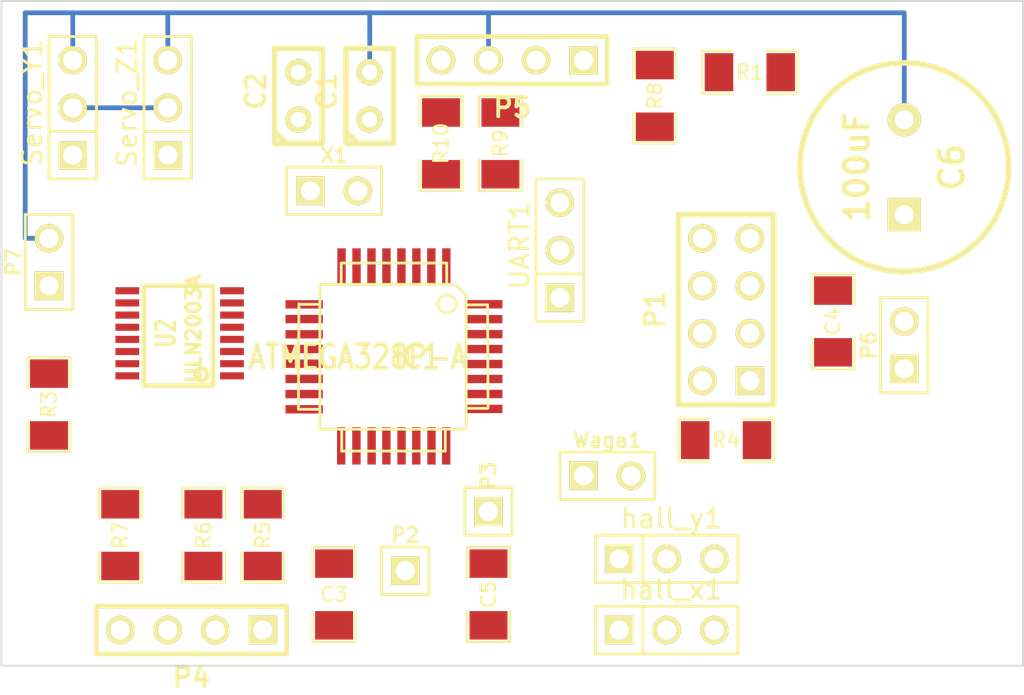
<source format=kicad_pcb>
(kicad_pcb (version 3) (host pcbnew "(2013-07-07 BZR 4022)-stable")

  (general
    (links 73)
    (no_connects 67)
    (area 175.895 199.39 231.14 235.585)
    (thickness 1.6)
    (drawings 4)
    (tracks 14)
    (zones 0)
    (modules 31)
    (nets 41)
  )

  (page A3)
  (layers
    (15 Gorna signal)
    (0 Dolna signal)
    (16 Kleju_Dolna user)
    (17 Kleju_Gorna user)
    (18 Pasty_Dolna user)
    (19 Pasty_Gorna user)
    (20 Opisowa_Dolna user)
    (21 Opisowa_Gorna user)
    (22 Maski_Dolna user)
    (23 Maski_Gorna user)
    (24 Rysunkowa user)
    (25 Komentarzy user)
    (26 ECO1 user)
    (27 ECO2 user)
    (28 Krawedziowa user)
  )

  (setup
    (last_trace_width 0.254)
    (trace_clearance 0.254)
    (zone_clearance 0.508)
    (zone_45_only no)
    (trace_min 0.254)
    (segment_width 0.2)
    (edge_width 0.1)
    (via_size 0.889)
    (via_drill 0.635)
    (via_min_size 0.889)
    (via_min_drill 0.508)
    (uvia_size 0.508)
    (uvia_drill 0.127)
    (uvias_allowed no)
    (uvia_min_size 0.508)
    (uvia_min_drill 0.127)
    (pcb_text_width 0.3)
    (pcb_text_size 1.5 1.5)
    (mod_edge_width 0.15)
    (mod_text_size 1 1)
    (mod_text_width 0.15)
    (pad_size 1.5 1.5)
    (pad_drill 0.6)
    (pad_to_mask_clearance 0)
    (aux_axis_origin 0 0)
    (visible_elements FFFFFFBF)
    (pcbplotparams
      (layerselection 3178497)
      (usegerberextensions true)
      (excludeedgelayer true)
      (linewidth 0.150000)
      (plotframeref false)
      (viasonmask false)
      (mode 1)
      (useauxorigin false)
      (hpglpennumber 1)
      (hpglpenspeed 20)
      (hpglpendiameter 15)
      (hpglpenoverlay 2)
      (psnegative false)
      (psa4output false)
      (plotreference true)
      (plotvalue true)
      (plotothertext true)
      (plotinvisibletext false)
      (padsonsilk false)
      (subtractmaskfromsilk false)
      (outputformat 1)
      (mirror false)
      (drillshape 1)
      (scaleselection 1)
      (outputdirectory ""))
  )

  (net 0 "")
  (net 1 /PB0)
  (net 2 /PB1)
  (net 3 /PB2)
  (net 4 /PB3)
  (net 5 /PB4)
  (net 6 /PB5)
  (net 7 /PB6)
  (net 8 /PB7)
  (net 9 /PC0)
  (net 10 /PC1)
  (net 11 /PC2)
  (net 12 /PC3)
  (net 13 /PC4)
  (net 14 /PC5)
  (net 15 /PC6)
  (net 16 /PD0)
  (net 17 /PD1)
  (net 18 /PD2)
  (net 19 /PD3)
  (net 20 /PD4)
  (net 21 /PD5)
  (net 22 /PD6)
  (net 23 /PD7)
  (net 24 GND)
  (net 25 N-000001)
  (net 26 N-0000010)
  (net 27 N-0000011)
  (net 28 N-0000015)
  (net 29 N-0000016)
  (net 30 N-0000017)
  (net 31 N-0000018)
  (net 32 N-0000022)
  (net 33 N-000003)
  (net 34 N-000004)
  (net 35 N-000005)
  (net 36 N-000006)
  (net 37 N-000007)
  (net 38 N-000008)
  (net 39 N-000009)
  (net 40 PWR)

  (net_class Default "To jest domyślna klasa połączeń."
    (clearance 0.254)
    (trace_width 0.254)
    (via_dia 0.889)
    (via_drill 0.635)
    (uvia_dia 0.508)
    (uvia_drill 0.127)
    (add_net "")
    (add_net /PB0)
    (add_net /PB1)
    (add_net /PB2)
    (add_net /PB3)
    (add_net /PB4)
    (add_net /PB5)
    (add_net /PB6)
    (add_net /PB7)
    (add_net /PC0)
    (add_net /PC1)
    (add_net /PC2)
    (add_net /PC3)
    (add_net /PC4)
    (add_net /PC5)
    (add_net /PC6)
    (add_net /PD0)
    (add_net /PD1)
    (add_net /PD2)
    (add_net /PD3)
    (add_net /PD4)
    (add_net /PD5)
    (add_net /PD6)
    (add_net /PD7)
    (add_net GND)
    (add_net N-000001)
    (add_net N-0000010)
    (add_net N-0000011)
    (add_net N-0000015)
    (add_net N-0000016)
    (add_net N-0000017)
    (add_net N-0000018)
    (add_net N-0000022)
    (add_net N-000003)
    (add_net N-000004)
    (add_net N-000005)
    (add_net N-000006)
    (add_net N-000007)
    (add_net N-000008)
    (add_net N-000009)
    (add_net PWR)
  )

  (module TQFP32   locked (layer Gorna) (tedit 5278C540) (tstamp 5278C0E1)
    (at 197.485 219.075 270)
    (path /5277F6D5)
    (fp_text reference IC1 (at 0 -1.27 360) (layer Opisowa_Gorna)
      (effects (font (size 1.27 1.016) (thickness 0.2032)))
    )
    (fp_text value ATMEGA328P-A (at 0 1.905 360) (layer Opisowa_Gorna)
      (effects (font (size 1.27 1.016) (thickness 0.2032)))
    )
    (fp_line (start 5.0292 2.7686) (end 3.8862 2.7686) (layer Opisowa_Gorna) (width 0.1524))
    (fp_line (start 5.0292 -2.7686) (end 3.9116 -2.7686) (layer Opisowa_Gorna) (width 0.1524))
    (fp_line (start 5.0292 2.7686) (end 5.0292 -2.7686) (layer Opisowa_Gorna) (width 0.1524))
    (fp_line (start 2.794 3.9624) (end 2.794 5.0546) (layer Opisowa_Gorna) (width 0.1524))
    (fp_line (start -2.8194 3.9878) (end -2.8194 5.0546) (layer Opisowa_Gorna) (width 0.1524))
    (fp_line (start -2.8448 5.0546) (end 2.794 5.08) (layer Opisowa_Gorna) (width 0.1524))
    (fp_line (start -2.794 -5.0292) (end 2.7178 -5.0546) (layer Opisowa_Gorna) (width 0.1524))
    (fp_line (start -3.8862 -3.2766) (end -3.8862 3.9116) (layer Opisowa_Gorna) (width 0.1524))
    (fp_line (start 2.7432 -5.0292) (end 2.7432 -3.9878) (layer Opisowa_Gorna) (width 0.1524))
    (fp_line (start -3.2512 -3.8862) (end 3.81 -3.8862) (layer Opisowa_Gorna) (width 0.1524))
    (fp_line (start 3.8608 3.937) (end 3.8608 -3.7846) (layer Opisowa_Gorna) (width 0.1524))
    (fp_line (start -3.8862 3.937) (end 3.7338 3.937) (layer Opisowa_Gorna) (width 0.1524))
    (fp_line (start -5.0292 -2.8448) (end -5.0292 2.794) (layer Opisowa_Gorna) (width 0.1524))
    (fp_line (start -5.0292 2.794) (end -3.8862 2.794) (layer Opisowa_Gorna) (width 0.1524))
    (fp_line (start -3.87604 -3.302) (end -3.29184 -3.8862) (layer Opisowa_Gorna) (width 0.1524))
    (fp_line (start -5.02412 -2.8448) (end -3.87604 -2.8448) (layer Opisowa_Gorna) (width 0.1524))
    (fp_line (start -2.794 -3.8862) (end -2.794 -5.03428) (layer Opisowa_Gorna) (width 0.1524))
    (fp_circle (center -2.83972 -2.86004) (end -2.43332 -2.60604) (layer Opisowa_Gorna) (width 0.1524))
    (pad 8 smd rect (at -4.81584 2.77622 270) (size 1.99898 0.44958)
      (layers Gorna Pasty_Gorna Maski_Gorna)
      (net 8 /PB7)
    )
    (pad 7 smd rect (at -4.81584 1.97612 270) (size 1.99898 0.44958)
      (layers Gorna Pasty_Gorna Maski_Gorna)
      (net 7 /PB6)
    )
    (pad 6 smd rect (at -4.81584 1.17602 270) (size 1.99898 0.44958)
      (layers Gorna Pasty_Gorna Maski_Gorna)
      (net 40 PWR)
    )
    (pad 5 smd rect (at -4.81584 0.37592 270) (size 1.99898 0.44958)
      (layers Gorna Pasty_Gorna Maski_Gorna)
      (net 24 GND)
    )
    (pad 4 smd rect (at -4.81584 -0.42418 270) (size 1.99898 0.44958)
      (layers Gorna Pasty_Gorna Maski_Gorna)
      (net 40 PWR)
    )
    (pad 3 smd rect (at -4.81584 -1.22428 270) (size 1.99898 0.44958)
      (layers Gorna Pasty_Gorna Maski_Gorna)
      (net 24 GND)
    )
    (pad 2 smd rect (at -4.81584 -2.02438 270) (size 1.99898 0.44958)
      (layers Gorna Pasty_Gorna Maski_Gorna)
      (net 20 /PD4)
    )
    (pad 1 smd rect (at -4.81584 -2.82448 270) (size 1.99898 0.44958)
      (layers Gorna Pasty_Gorna Maski_Gorna)
      (net 19 /PD3)
    )
    (pad 24 smd rect (at 4.7498 -2.8194 270) (size 1.99898 0.44958)
      (layers Gorna Pasty_Gorna Maski_Gorna)
      (net 10 /PC1)
    )
    (pad 17 smd rect (at 4.7498 2.794 270) (size 1.99898 0.44958)
      (layers Gorna Pasty_Gorna Maski_Gorna)
      (net 6 /PB5)
    )
    (pad 18 smd rect (at 4.7498 1.9812 270) (size 1.99898 0.44958)
      (layers Gorna Pasty_Gorna Maski_Gorna)
      (net 40 PWR)
    )
    (pad 19 smd rect (at 4.7498 1.1684 270) (size 1.99898 0.44958)
      (layers Gorna Pasty_Gorna Maski_Gorna)
      (net 31 N-0000018)
    )
    (pad 20 smd rect (at 4.7498 0.381 270) (size 1.99898 0.44958)
      (layers Gorna Pasty_Gorna Maski_Gorna)
      (net 25 N-000001)
    )
    (pad 21 smd rect (at 4.7498 -0.4318 270) (size 1.99898 0.44958)
      (layers Gorna Pasty_Gorna Maski_Gorna)
      (net 24 GND)
    )
    (pad 22 smd rect (at 4.7498 -1.2192 270) (size 1.99898 0.44958)
      (layers Gorna Pasty_Gorna Maski_Gorna)
      (net 30 N-0000017)
    )
    (pad 23 smd rect (at 4.7498 -2.032 270) (size 1.99898 0.44958)
      (layers Gorna Pasty_Gorna Maski_Gorna)
      (net 9 /PC0)
    )
    (pad 32 smd rect (at -2.82448 -4.826 270) (size 0.44958 1.99898)
      (layers Gorna Pasty_Gorna Maski_Gorna)
      (net 18 /PD2)
    )
    (pad 31 smd rect (at -2.02692 -4.826 270) (size 0.44958 1.99898)
      (layers Gorna Pasty_Gorna Maski_Gorna)
      (net 17 /PD1)
    )
    (pad 30 smd rect (at -1.22428 -4.826 270) (size 0.44958 1.99898)
      (layers Gorna Pasty_Gorna Maski_Gorna)
      (net 16 /PD0)
    )
    (pad 29 smd rect (at -0.42672 -4.826 270) (size 0.44958 1.99898)
      (layers Gorna Pasty_Gorna Maski_Gorna)
      (net 15 /PC6)
    )
    (pad 28 smd rect (at 0.37592 -4.826 270) (size 0.44958 1.99898)
      (layers Gorna Pasty_Gorna Maski_Gorna)
      (net 14 /PC5)
    )
    (pad 27 smd rect (at 1.17348 -4.826 270) (size 0.44958 1.99898)
      (layers Gorna Pasty_Gorna Maski_Gorna)
      (net 13 /PC4)
    )
    (pad 26 smd rect (at 1.97612 -4.826 270) (size 0.44958 1.99898)
      (layers Gorna Pasty_Gorna Maski_Gorna)
      (net 12 /PC3)
    )
    (pad 25 smd rect (at 2.77368 -4.826 270) (size 0.44958 1.99898)
      (layers Gorna Pasty_Gorna Maski_Gorna)
      (net 11 /PC2)
    )
    (pad 9 smd rect (at -2.8194 4.7752 270) (size 0.44958 1.99898)
      (layers Gorna Pasty_Gorna Maski_Gorna)
      (net 21 /PD5)
    )
    (pad 10 smd rect (at -2.032 4.7752 270) (size 0.44958 1.99898)
      (layers Gorna Pasty_Gorna Maski_Gorna)
      (net 22 /PD6)
    )
    (pad 11 smd rect (at -1.2192 4.7752 270) (size 0.44958 1.99898)
      (layers Gorna Pasty_Gorna Maski_Gorna)
      (net 23 /PD7)
    )
    (pad 12 smd rect (at -0.4318 4.7752 270) (size 0.44958 1.99898)
      (layers Gorna Pasty_Gorna Maski_Gorna)
      (net 1 /PB0)
    )
    (pad 13 smd rect (at 0.3556 4.7752 270) (size 0.44958 1.99898)
      (layers Gorna Pasty_Gorna Maski_Gorna)
      (net 2 /PB1)
    )
    (pad 14 smd rect (at 1.1684 4.7752 270) (size 0.44958 1.99898)
      (layers Gorna Pasty_Gorna Maski_Gorna)
      (net 3 /PB2)
    )
    (pad 15 smd rect (at 1.9812 4.7752 270) (size 0.44958 1.99898)
      (layers Gorna Pasty_Gorna Maski_Gorna)
      (net 4 /PB3)
    )
    (pad 16 smd rect (at 2.794 4.7752 270) (size 0.44958 1.99898)
      (layers Gorna Pasty_Gorna Maski_Gorna)
      (net 5 /PB4)
    )
    (model smd/tqfp32.wrl
      (at (xyz 0 0 0))
      (scale (xyz 1 1 1))
      (rotate (xyz 0 0 0))
    )
  )

  (module SM1206   placed (layer Gorna) (tedit 5278C3DE) (tstamp 5278C00C)
    (at 216.535 203.835)
    (path /525FBAED)
    (attr smd)
    (fp_text reference R1 (at 0 0) (layer Opisowa_Gorna)
      (effects (font (size 0.762 0.762) (thickness 0.127)))
    )
    (fp_text value 10k (at 0 0) (layer Opisowa_Gorna) hide
      (effects (font (size 0.762 0.762) (thickness 0.127)))
    )
    (fp_line (start -2.54 -1.143) (end -2.54 1.143) (layer Opisowa_Gorna) (width 0.127))
    (fp_line (start -2.54 1.143) (end -0.889 1.143) (layer Opisowa_Gorna) (width 0.127))
    (fp_line (start 0.889 -1.143) (end 2.54 -1.143) (layer Opisowa_Gorna) (width 0.127))
    (fp_line (start 2.54 -1.143) (end 2.54 1.143) (layer Opisowa_Gorna) (width 0.127))
    (fp_line (start 2.54 1.143) (end 0.889 1.143) (layer Opisowa_Gorna) (width 0.127))
    (fp_line (start -0.889 -1.143) (end -2.54 -1.143) (layer Opisowa_Gorna) (width 0.127))
    (pad 1 smd rect (at -1.651 0) (size 1.524 2.032)
      (layers Gorna Pasty_Gorna Maski_Gorna)
      (net 15 /PC6)
    )
    (pad 2 smd rect (at 1.651 0) (size 1.524 2.032)
      (layers Gorna Pasty_Gorna Maski_Gorna)
      (net 40 PWR)
    )
    (model smd/chip_cms.wrl
      (at (xyz 0 0 0))
      (scale (xyz 0.17 0.16 0.16))
      (rotate (xyz 0 0 0))
    )
  )

  (module SM1206   placed (layer Gorna) (tedit 42806E24) (tstamp 5278BFFF)
    (at 215.265 223.52 180)
    (path /525FCDC9)
    (attr smd)
    (fp_text reference R4 (at 0 0 180) (layer Opisowa_Gorna)
      (effects (font (size 0.762 0.762) (thickness 0.127)))
    )
    (fp_text value 330 (at 0 0 180) (layer Opisowa_Gorna) hide
      (effects (font (size 0.762 0.762) (thickness 0.127)))
    )
    (fp_line (start -2.54 -1.143) (end -2.54 1.143) (layer Opisowa_Gorna) (width 0.127))
    (fp_line (start -2.54 1.143) (end -0.889 1.143) (layer Opisowa_Gorna) (width 0.127))
    (fp_line (start 0.889 -1.143) (end 2.54 -1.143) (layer Opisowa_Gorna) (width 0.127))
    (fp_line (start 2.54 -1.143) (end 2.54 1.143) (layer Opisowa_Gorna) (width 0.127))
    (fp_line (start 2.54 1.143) (end 0.889 1.143) (layer Opisowa_Gorna) (width 0.127))
    (fp_line (start -0.889 -1.143) (end -2.54 -1.143) (layer Opisowa_Gorna) (width 0.127))
    (pad 1 smd rect (at -1.651 0 180) (size 1.524 2.032)
      (layers Gorna Pasty_Gorna Maski_Gorna)
      (net 38 N-000008)
    )
    (pad 2 smd rect (at 1.651 0 180) (size 1.524 2.032)
      (layers Gorna Pasty_Gorna Maski_Gorna)
      (net 12 /PC3)
    )
    (model smd/chip_cms.wrl
      (at (xyz 0 0 0))
      (scale (xyz 0.17 0.16 0.16))
      (rotate (xyz 0 0 0))
    )
  )

  (module SM1206   placed (layer Gorna) (tedit 42806E24) (tstamp 5278BF49)
    (at 179.07 221.615 270)
    (path /525FCDC2)
    (attr smd)
    (fp_text reference R3 (at 0 0 270) (layer Opisowa_Gorna)
      (effects (font (size 0.762 0.762) (thickness 0.127)))
    )
    (fp_text value 330 (at 0 0 270) (layer Opisowa_Gorna) hide
      (effects (font (size 0.762 0.762) (thickness 0.127)))
    )
    (fp_line (start -2.54 -1.143) (end -2.54 1.143) (layer Opisowa_Gorna) (width 0.127))
    (fp_line (start -2.54 1.143) (end -0.889 1.143) (layer Opisowa_Gorna) (width 0.127))
    (fp_line (start 0.889 -1.143) (end 2.54 -1.143) (layer Opisowa_Gorna) (width 0.127))
    (fp_line (start 2.54 -1.143) (end 2.54 1.143) (layer Opisowa_Gorna) (width 0.127))
    (fp_line (start 2.54 1.143) (end 0.889 1.143) (layer Opisowa_Gorna) (width 0.127))
    (fp_line (start -0.889 -1.143) (end -2.54 -1.143) (layer Opisowa_Gorna) (width 0.127))
    (pad 1 smd rect (at -1.651 0 270) (size 1.524 2.032)
      (layers Gorna Pasty_Gorna Maski_Gorna)
      (net 33 N-000003)
    )
    (pad 2 smd rect (at 1.651 0 270) (size 1.524 2.032)
      (layers Gorna Pasty_Gorna Maski_Gorna)
      (net 32 N-0000022)
    )
    (model smd/chip_cms.wrl
      (at (xyz 0 0 0))
      (scale (xyz 0.17 0.16 0.16))
      (rotate (xyz 0 0 0))
    )
  )

  (module SM1206 (layer Gorna) (tedit 42806E24) (tstamp 5278BF56)
    (at 182.88 228.6 90)
    (path /525FCDB3)
    (attr smd)
    (fp_text reference R7 (at 0 0 90) (layer Opisowa_Gorna)
      (effects (font (size 0.762 0.762) (thickness 0.127)))
    )
    (fp_text value 330 (at 0 0 90) (layer Opisowa_Gorna) hide
      (effects (font (size 0.762 0.762) (thickness 0.127)))
    )
    (fp_line (start -2.54 -1.143) (end -2.54 1.143) (layer Opisowa_Gorna) (width 0.127))
    (fp_line (start -2.54 1.143) (end -0.889 1.143) (layer Opisowa_Gorna) (width 0.127))
    (fp_line (start 0.889 -1.143) (end 2.54 -1.143) (layer Opisowa_Gorna) (width 0.127))
    (fp_line (start 2.54 -1.143) (end 2.54 1.143) (layer Opisowa_Gorna) (width 0.127))
    (fp_line (start 2.54 1.143) (end 0.889 1.143) (layer Opisowa_Gorna) (width 0.127))
    (fp_line (start -0.889 -1.143) (end -2.54 -1.143) (layer Opisowa_Gorna) (width 0.127))
    (pad 1 smd rect (at -1.651 0 90) (size 1.524 2.032)
      (layers Gorna Pasty_Gorna Maski_Gorna)
      (net 28 N-0000015)
    )
    (pad 2 smd rect (at 1.651 0 90) (size 1.524 2.032)
      (layers Gorna Pasty_Gorna Maski_Gorna)
      (net 35 N-000005)
    )
    (model smd/chip_cms.wrl
      (at (xyz 0 0 0))
      (scale (xyz 0.17 0.16 0.16))
      (rotate (xyz 0 0 0))
    )
  )

  (module SM1206 (layer Gorna) (tedit 42806E24) (tstamp 5278BF63)
    (at 187.325 228.6 90)
    (path /525FCDAD)
    (attr smd)
    (fp_text reference R6 (at 0 0 90) (layer Opisowa_Gorna)
      (effects (font (size 0.762 0.762) (thickness 0.127)))
    )
    (fp_text value 330 (at 0 0 90) (layer Opisowa_Gorna) hide
      (effects (font (size 0.762 0.762) (thickness 0.127)))
    )
    (fp_line (start -2.54 -1.143) (end -2.54 1.143) (layer Opisowa_Gorna) (width 0.127))
    (fp_line (start -2.54 1.143) (end -0.889 1.143) (layer Opisowa_Gorna) (width 0.127))
    (fp_line (start 0.889 -1.143) (end 2.54 -1.143) (layer Opisowa_Gorna) (width 0.127))
    (fp_line (start 2.54 -1.143) (end 2.54 1.143) (layer Opisowa_Gorna) (width 0.127))
    (fp_line (start 2.54 1.143) (end 0.889 1.143) (layer Opisowa_Gorna) (width 0.127))
    (fp_line (start -0.889 -1.143) (end -2.54 -1.143) (layer Opisowa_Gorna) (width 0.127))
    (pad 1 smd rect (at -1.651 0 90) (size 1.524 2.032)
      (layers Gorna Pasty_Gorna Maski_Gorna)
      (net 29 N-0000016)
    )
    (pad 2 smd rect (at 1.651 0 90) (size 1.524 2.032)
      (layers Gorna Pasty_Gorna Maski_Gorna)
      (net 36 N-000006)
    )
    (model smd/chip_cms.wrl
      (at (xyz 0 0 0))
      (scale (xyz 0.17 0.16 0.16))
      (rotate (xyz 0 0 0))
    )
  )

  (module SM1206 (layer Gorna) (tedit 42806E24) (tstamp 5278BF70)
    (at 190.5 228.6 90)
    (path /525FCDA0)
    (attr smd)
    (fp_text reference R5 (at 0 0 90) (layer Opisowa_Gorna)
      (effects (font (size 0.762 0.762) (thickness 0.127)))
    )
    (fp_text value 330 (at 0 0 90) (layer Opisowa_Gorna) hide
      (effects (font (size 0.762 0.762) (thickness 0.127)))
    )
    (fp_line (start -2.54 -1.143) (end -2.54 1.143) (layer Opisowa_Gorna) (width 0.127))
    (fp_line (start -2.54 1.143) (end -0.889 1.143) (layer Opisowa_Gorna) (width 0.127))
    (fp_line (start 0.889 -1.143) (end 2.54 -1.143) (layer Opisowa_Gorna) (width 0.127))
    (fp_line (start 2.54 -1.143) (end 2.54 1.143) (layer Opisowa_Gorna) (width 0.127))
    (fp_line (start 2.54 1.143) (end 0.889 1.143) (layer Opisowa_Gorna) (width 0.127))
    (fp_line (start -0.889 -1.143) (end -2.54 -1.143) (layer Opisowa_Gorna) (width 0.127))
    (pad 1 smd rect (at -1.651 0 90) (size 1.524 2.032)
      (layers Gorna Pasty_Gorna Maski_Gorna)
      (net 34 N-000004)
    )
    (pad 2 smd rect (at 1.651 0 90) (size 1.524 2.032)
      (layers Gorna Pasty_Gorna Maski_Gorna)
      (net 37 N-000007)
    )
    (model smd/chip_cms.wrl
      (at (xyz 0 0 0))
      (scale (xyz 0.17 0.16 0.16))
      (rotate (xyz 0 0 0))
    )
  )

  (module SM1206   placed (layer Gorna) (tedit 42806E24) (tstamp 5278BF7D)
    (at 200.025 207.645 270)
    (path /525FCD4A)
    (attr smd)
    (fp_text reference R10 (at 0 0 270) (layer Opisowa_Gorna)
      (effects (font (size 0.762 0.762) (thickness 0.127)))
    )
    (fp_text value 330 (at 0 0 270) (layer Opisowa_Gorna) hide
      (effects (font (size 0.762 0.762) (thickness 0.127)))
    )
    (fp_line (start -2.54 -1.143) (end -2.54 1.143) (layer Opisowa_Gorna) (width 0.127))
    (fp_line (start -2.54 1.143) (end -0.889 1.143) (layer Opisowa_Gorna) (width 0.127))
    (fp_line (start 0.889 -1.143) (end 2.54 -1.143) (layer Opisowa_Gorna) (width 0.127))
    (fp_line (start 2.54 -1.143) (end 2.54 1.143) (layer Opisowa_Gorna) (width 0.127))
    (fp_line (start 2.54 1.143) (end 0.889 1.143) (layer Opisowa_Gorna) (width 0.127))
    (fp_line (start -0.889 -1.143) (end -2.54 -1.143) (layer Opisowa_Gorna) (width 0.127))
    (pad 1 smd rect (at -1.651 0 270) (size 1.524 2.032)
      (layers Gorna Pasty_Gorna Maski_Gorna)
      (net 39 N-000009)
    )
    (pad 2 smd rect (at 1.651 0 270) (size 1.524 2.032)
      (layers Gorna Pasty_Gorna Maski_Gorna)
      (net 20 /PD4)
    )
    (model smd/chip_cms.wrl
      (at (xyz 0 0 0))
      (scale (xyz 0.17 0.16 0.16))
      (rotate (xyz 0 0 0))
    )
  )

  (module SM1206   placed (layer Gorna) (tedit 42806E24) (tstamp 5278C991)
    (at 203.2 207.645 270)
    (path /525FCD44)
    (attr smd)
    (fp_text reference R9 (at 0 0 270) (layer Opisowa_Gorna)
      (effects (font (size 0.762 0.762) (thickness 0.127)))
    )
    (fp_text value 330 (at 0 0 270) (layer Opisowa_Gorna) hide
      (effects (font (size 0.762 0.762) (thickness 0.127)))
    )
    (fp_line (start -2.54 -1.143) (end -2.54 1.143) (layer Opisowa_Gorna) (width 0.127))
    (fp_line (start -2.54 1.143) (end -0.889 1.143) (layer Opisowa_Gorna) (width 0.127))
    (fp_line (start 0.889 -1.143) (end 2.54 -1.143) (layer Opisowa_Gorna) (width 0.127))
    (fp_line (start 2.54 -1.143) (end 2.54 1.143) (layer Opisowa_Gorna) (width 0.127))
    (fp_line (start 2.54 1.143) (end 0.889 1.143) (layer Opisowa_Gorna) (width 0.127))
    (fp_line (start -0.889 -1.143) (end -2.54 -1.143) (layer Opisowa_Gorna) (width 0.127))
    (pad 1 smd rect (at -1.651 0 270) (size 1.524 2.032)
      (layers Gorna Pasty_Gorna Maski_Gorna)
      (net 26 N-0000010)
    )
    (pad 2 smd rect (at 1.651 0 270) (size 1.524 2.032)
      (layers Gorna Pasty_Gorna Maski_Gorna)
      (net 19 /PD3)
    )
    (model smd/chip_cms.wrl
      (at (xyz 0 0 0))
      (scale (xyz 0.17 0.16 0.16))
      (rotate (xyz 0 0 0))
    )
  )

  (module SM1206 (layer Gorna) (tedit 42806E24) (tstamp 5278BFA4)
    (at 211.455 205.105 270)
    (path /525FC63C)
    (attr smd)
    (fp_text reference R8 (at 0 0 270) (layer Opisowa_Gorna)
      (effects (font (size 0.762 0.762) (thickness 0.127)))
    )
    (fp_text value 330 (at 0 0 270) (layer Opisowa_Gorna) hide
      (effects (font (size 0.762 0.762) (thickness 0.127)))
    )
    (fp_line (start -2.54 -1.143) (end -2.54 1.143) (layer Opisowa_Gorna) (width 0.127))
    (fp_line (start -2.54 1.143) (end -0.889 1.143) (layer Opisowa_Gorna) (width 0.127))
    (fp_line (start 0.889 -1.143) (end 2.54 -1.143) (layer Opisowa_Gorna) (width 0.127))
    (fp_line (start 2.54 -1.143) (end 2.54 1.143) (layer Opisowa_Gorna) (width 0.127))
    (fp_line (start 2.54 1.143) (end 0.889 1.143) (layer Opisowa_Gorna) (width 0.127))
    (fp_line (start -0.889 -1.143) (end -2.54 -1.143) (layer Opisowa_Gorna) (width 0.127))
    (pad 1 smd rect (at -1.651 0 270) (size 1.524 2.032)
      (layers Gorna Pasty_Gorna Maski_Gorna)
      (net 27 N-0000011)
    )
    (pad 2 smd rect (at 1.651 0 270) (size 1.524 2.032)
      (layers Gorna Pasty_Gorna Maski_Gorna)
      (net 18 /PD2)
    )
    (model smd/chip_cms.wrl
      (at (xyz 0 0 0))
      (scale (xyz 0.17 0.16 0.16))
      (rotate (xyz 0 0 0))
    )
  )

  (module SM1206   placed (layer Gorna) (tedit 5278BFE0) (tstamp 5278BFB1)
    (at 194.31 231.775 270)
    (path /525FBE32)
    (attr smd)
    (fp_text reference C3 (at 0 0 360) (layer Opisowa_Gorna)
      (effects (font (size 0.762 0.762) (thickness 0.127)))
    )
    (fp_text value 100nF (at 0 0 270) (layer Opisowa_Gorna) hide
      (effects (font (size 0.762 0.762) (thickness 0.127)))
    )
    (fp_line (start -2.54 -1.143) (end -2.54 1.143) (layer Opisowa_Gorna) (width 0.127))
    (fp_line (start -2.54 1.143) (end -0.889 1.143) (layer Opisowa_Gorna) (width 0.127))
    (fp_line (start 0.889 -1.143) (end 2.54 -1.143) (layer Opisowa_Gorna) (width 0.127))
    (fp_line (start 2.54 -1.143) (end 2.54 1.143) (layer Opisowa_Gorna) (width 0.127))
    (fp_line (start 2.54 1.143) (end 0.889 1.143) (layer Opisowa_Gorna) (width 0.127))
    (fp_line (start -0.889 -1.143) (end -2.54 -1.143) (layer Opisowa_Gorna) (width 0.127))
    (pad 1 smd rect (at -1.651 0 270) (size 1.524 2.032)
      (layers Gorna Pasty_Gorna Maski_Gorna)
      (net 40 PWR)
    )
    (pad 2 smd rect (at 1.651 0 270) (size 1.524 2.032)
      (layers Gorna Pasty_Gorna Maski_Gorna)
      (net 24 GND)
    )
    (model smd/chip_cms.wrl
      (at (xyz 0 0 0))
      (scale (xyz 0.17 0.16 0.16))
      (rotate (xyz 0 0 0))
    )
  )

  (module SM1206   placed (layer Gorna) (tedit 5278C59B) (tstamp 5278BFBE)
    (at 202.565 231.775 270)
    (path /525FBDD0)
    (attr smd)
    (fp_text reference C5 (at 0 0 270) (layer Opisowa_Gorna)
      (effects (font (size 0.762 0.762) (thickness 0.127)))
    )
    (fp_text value 100nF (at 0 0 270) (layer Opisowa_Gorna) hide
      (effects (font (size 0.762 0.762) (thickness 0.127)))
    )
    (fp_line (start -2.54 -1.143) (end -2.54 1.143) (layer Opisowa_Gorna) (width 0.127))
    (fp_line (start -2.54 1.143) (end -0.889 1.143) (layer Opisowa_Gorna) (width 0.127))
    (fp_line (start 0.889 -1.143) (end 2.54 -1.143) (layer Opisowa_Gorna) (width 0.127))
    (fp_line (start 2.54 -1.143) (end 2.54 1.143) (layer Opisowa_Gorna) (width 0.127))
    (fp_line (start 2.54 1.143) (end 0.889 1.143) (layer Opisowa_Gorna) (width 0.127))
    (fp_line (start -0.889 -1.143) (end -2.54 -1.143) (layer Opisowa_Gorna) (width 0.127))
    (pad 1 smd rect (at -1.651 0 270) (size 1.524 2.032)
      (layers Gorna Pasty_Gorna Maski_Gorna)
      (net 25 N-000001)
    )
    (pad 2 smd rect (at 1.651 0 270) (size 1.524 2.032)
      (layers Gorna Pasty_Gorna Maski_Gorna)
      (net 24 GND)
    )
    (model smd/chip_cms.wrl
      (at (xyz 0 0 0))
      (scale (xyz 0.17 0.16 0.16))
      (rotate (xyz 0 0 0))
    )
  )

  (module SM1206   placed (layer Gorna) (tedit 5278BFB4) (tstamp 5278BFCB)
    (at 220.98 217.17 270)
    (path /525FBB28)
    (attr smd)
    (fp_text reference C4 (at 0 0 270) (layer Opisowa_Gorna)
      (effects (font (size 0.762 0.762) (thickness 0.127)))
    )
    (fp_text value 100nF (at 0 0 270) (layer Opisowa_Gorna) hide
      (effects (font (size 0.762 0.762) (thickness 0.127)))
    )
    (fp_line (start -2.54 -1.143) (end -2.54 1.143) (layer Opisowa_Gorna) (width 0.127))
    (fp_line (start -2.54 1.143) (end -0.889 1.143) (layer Opisowa_Gorna) (width 0.127))
    (fp_line (start 0.889 -1.143) (end 2.54 -1.143) (layer Opisowa_Gorna) (width 0.127))
    (fp_line (start 2.54 -1.143) (end 2.54 1.143) (layer Opisowa_Gorna) (width 0.127))
    (fp_line (start 2.54 1.143) (end 0.889 1.143) (layer Opisowa_Gorna) (width 0.127))
    (fp_line (start -0.889 -1.143) (end -2.54 -1.143) (layer Opisowa_Gorna) (width 0.127))
    (pad 1 smd rect (at -1.651 0 270) (size 1.524 2.032)
      (layers Gorna Pasty_Gorna Maski_Gorna)
      (net 40 PWR)
    )
    (pad 2 smd rect (at 1.651 0 270) (size 1.524 2.032)
      (layers Gorna Pasty_Gorna Maski_Gorna)
      (net 24 GND)
    )
    (model smd/chip_cms.wrl
      (at (xyz 0 0 0))
      (scale (xyz 0.17 0.16 0.16))
      (rotate (xyz 0 0 0))
    )
  )

  (module pin_array_4x2   placed (layer Gorna) (tedit 3FAB90E6) (tstamp 5278C0AA)
    (at 215.265 216.535 90)
    (descr "Double rangee de contacts 2 x 4 pins")
    (tags CONN)
    (path /52605ACE)
    (fp_text reference P1 (at 0 -3.81 90) (layer Opisowa_Gorna)
      (effects (font (size 1.016 1.016) (thickness 0.2032)))
    )
    (fp_text value CONN_8 (at 0 3.81 90) (layer Opisowa_Gorna) hide
      (effects (font (size 1.016 1.016) (thickness 0.2032)))
    )
    (fp_line (start -5.08 -2.54) (end 5.08 -2.54) (layer Opisowa_Gorna) (width 0.3048))
    (fp_line (start 5.08 -2.54) (end 5.08 2.54) (layer Opisowa_Gorna) (width 0.3048))
    (fp_line (start 5.08 2.54) (end -5.08 2.54) (layer Opisowa_Gorna) (width 0.3048))
    (fp_line (start -5.08 2.54) (end -5.08 -2.54) (layer Opisowa_Gorna) (width 0.3048))
    (pad 1 thru_hole rect (at -3.81 1.27 90) (size 1.524 1.524) (drill 1.016)
      (layers *.Cu *.Mask Opisowa_Gorna)
      (net 4 /PB3)
    )
    (pad 2 thru_hole circle (at -3.81 -1.27 90) (size 1.524 1.524) (drill 1.016)
      (layers *.Cu *.Mask Opisowa_Gorna)
      (net 5 /PB4)
    )
    (pad 3 thru_hole circle (at -1.27 1.27 90) (size 1.524 1.524) (drill 1.016)
      (layers *.Cu *.Mask Opisowa_Gorna)
      (net 6 /PB5)
    )
    (pad 4 thru_hole circle (at -1.27 -1.27 90) (size 1.524 1.524) (drill 1.016)
      (layers *.Cu *.Mask Opisowa_Gorna)
      (net 13 /PC4)
    )
    (pad 5 thru_hole circle (at 1.27 1.27 90) (size 1.524 1.524) (drill 1.016)
      (layers *.Cu *.Mask Opisowa_Gorna)
      (net 40 PWR)
    )
    (pad 6 thru_hole circle (at 1.27 -1.27 90) (size 1.524 1.524) (drill 1.016)
      (layers *.Cu *.Mask Opisowa_Gorna)
      (net 24 GND)
    )
    (pad 7 thru_hole circle (at 3.81 1.27 90) (size 1.524 1.524) (drill 1.016)
      (layers *.Cu *.Mask Opisowa_Gorna)
      (net 14 /PC5)
    )
    (pad 8 thru_hole circle (at 3.81 -1.27 90) (size 1.524 1.524) (drill 1.016)
      (layers *.Cu *.Mask Opisowa_Gorna)
      (net 15 /PC6)
    )
    (model pin_array/pins_array_4x2.wrl
      (at (xyz 0 0 0))
      (scale (xyz 1 1 1))
      (rotate (xyz 0 0 0))
    )
  )

  (module PIN_ARRAY_3X1   placed (layer Gorna) (tedit 4C1130E0) (tstamp 5278C031)
    (at 185.42 205.74 90)
    (descr "Connecteur 3 pins")
    (tags "CONN DEV")
    (path /526AE433)
    (fp_text reference Servo_Z1 (at 0.254 -2.159 90) (layer Opisowa_Gorna)
      (effects (font (size 1.016 1.016) (thickness 0.1524)))
    )
    (fp_text value CONN_3 (at 0 -2.159 90) (layer Opisowa_Gorna) hide
      (effects (font (size 1.016 1.016) (thickness 0.1524)))
    )
    (fp_line (start -3.81 1.27) (end -3.81 -1.27) (layer Opisowa_Gorna) (width 0.1524))
    (fp_line (start -3.81 -1.27) (end 3.81 -1.27) (layer Opisowa_Gorna) (width 0.1524))
    (fp_line (start 3.81 -1.27) (end 3.81 1.27) (layer Opisowa_Gorna) (width 0.1524))
    (fp_line (start 3.81 1.27) (end -3.81 1.27) (layer Opisowa_Gorna) (width 0.1524))
    (fp_line (start -1.27 -1.27) (end -1.27 1.27) (layer Opisowa_Gorna) (width 0.1524))
    (pad 1 thru_hole rect (at -2.54 0 90) (size 1.524 1.524) (drill 1.016)
      (layers *.Cu *.Mask Opisowa_Gorna)
      (net 21 /PD5)
    )
    (pad 2 thru_hole circle (at 0 0 90) (size 1.524 1.524) (drill 1.016)
      (layers *.Cu *.Mask Opisowa_Gorna)
      (net 40 PWR)
    )
    (pad 3 thru_hole circle (at 2.54 0 90) (size 1.524 1.524) (drill 1.016)
      (layers *.Cu *.Mask Opisowa_Gorna)
      (net 24 GND)
    )
    (model pin_array/pins_array_3x1.wrl
      (at (xyz 0 0 0))
      (scale (xyz 1 1 1))
      (rotate (xyz 0 0 0))
    )
  )

  (module PIN_ARRAY_3X1   placed (layer Gorna) (tedit 4C1130E0) (tstamp 5278C03E)
    (at 212.09 233.68)
    (descr "Connecteur 3 pins")
    (tags "CONN DEV")
    (path /526655F5)
    (fp_text reference hall_x1 (at 0.254 -2.159) (layer Opisowa_Gorna)
      (effects (font (size 1.016 1.016) (thickness 0.1524)))
    )
    (fp_text value CONN_3 (at 0 -2.159) (layer Opisowa_Gorna) hide
      (effects (font (size 1.016 1.016) (thickness 0.1524)))
    )
    (fp_line (start -3.81 1.27) (end -3.81 -1.27) (layer Opisowa_Gorna) (width 0.1524))
    (fp_line (start -3.81 -1.27) (end 3.81 -1.27) (layer Opisowa_Gorna) (width 0.1524))
    (fp_line (start 3.81 -1.27) (end 3.81 1.27) (layer Opisowa_Gorna) (width 0.1524))
    (fp_line (start 3.81 1.27) (end -3.81 1.27) (layer Opisowa_Gorna) (width 0.1524))
    (fp_line (start -1.27 -1.27) (end -1.27 1.27) (layer Opisowa_Gorna) (width 0.1524))
    (pad 1 thru_hole rect (at -2.54 0) (size 1.524 1.524) (drill 1.016)
      (layers *.Cu *.Mask Opisowa_Gorna)
      (net 9 /PC0)
    )
    (pad 2 thru_hole circle (at 0 0) (size 1.524 1.524) (drill 1.016)
      (layers *.Cu *.Mask Opisowa_Gorna)
      (net 24 GND)
    )
    (pad 3 thru_hole circle (at 2.54 0) (size 1.524 1.524) (drill 1.016)
      (layers *.Cu *.Mask Opisowa_Gorna)
      (net 40 PWR)
    )
    (model pin_array/pins_array_3x1.wrl
      (at (xyz 0 0 0))
      (scale (xyz 1 1 1))
      (rotate (xyz 0 0 0))
    )
  )

  (module PIN_ARRAY_3X1   placed (layer Gorna) (tedit 4C1130E0) (tstamp 5278C04B)
    (at 180.34 205.74 90)
    (descr "Connecteur 3 pins")
    (tags "CONN DEV")
    (path /526655E6)
    (fp_text reference Servo_Y1 (at 0.254 -2.159 90) (layer Opisowa_Gorna)
      (effects (font (size 1.016 1.016) (thickness 0.1524)))
    )
    (fp_text value CONN_3 (at 0 -2.159 90) (layer Opisowa_Gorna) hide
      (effects (font (size 1.016 1.016) (thickness 0.1524)))
    )
    (fp_line (start -3.81 1.27) (end -3.81 -1.27) (layer Opisowa_Gorna) (width 0.1524))
    (fp_line (start -3.81 -1.27) (end 3.81 -1.27) (layer Opisowa_Gorna) (width 0.1524))
    (fp_line (start 3.81 -1.27) (end 3.81 1.27) (layer Opisowa_Gorna) (width 0.1524))
    (fp_line (start 3.81 1.27) (end -3.81 1.27) (layer Opisowa_Gorna) (width 0.1524))
    (fp_line (start -1.27 -1.27) (end -1.27 1.27) (layer Opisowa_Gorna) (width 0.1524))
    (pad 1 thru_hole rect (at -2.54 0 90) (size 1.524 1.524) (drill 1.016)
      (layers *.Cu *.Mask Opisowa_Gorna)
      (net 22 /PD6)
    )
    (pad 2 thru_hole circle (at 0 0 90) (size 1.524 1.524) (drill 1.016)
      (layers *.Cu *.Mask Opisowa_Gorna)
      (net 40 PWR)
    )
    (pad 3 thru_hole circle (at 2.54 0 90) (size 1.524 1.524) (drill 1.016)
      (layers *.Cu *.Mask Opisowa_Gorna)
      (net 24 GND)
    )
    (model pin_array/pins_array_3x1.wrl
      (at (xyz 0 0 0))
      (scale (xyz 1 1 1))
      (rotate (xyz 0 0 0))
    )
  )

  (module PIN_ARRAY_3X1   placed (layer Gorna) (tedit 4C1130E0) (tstamp 5278C058)
    (at 212.09 229.87)
    (descr "Connecteur 3 pins")
    (tags "CONN DEV")
    (path /526AE43E)
    (fp_text reference hall_y1 (at 0.254 -2.159) (layer Opisowa_Gorna)
      (effects (font (size 1.016 1.016) (thickness 0.1524)))
    )
    (fp_text value CONN_3 (at 0 -2.159) (layer Opisowa_Gorna) hide
      (effects (font (size 1.016 1.016) (thickness 0.1524)))
    )
    (fp_line (start -3.81 1.27) (end -3.81 -1.27) (layer Opisowa_Gorna) (width 0.1524))
    (fp_line (start -3.81 -1.27) (end 3.81 -1.27) (layer Opisowa_Gorna) (width 0.1524))
    (fp_line (start 3.81 -1.27) (end 3.81 1.27) (layer Opisowa_Gorna) (width 0.1524))
    (fp_line (start 3.81 1.27) (end -3.81 1.27) (layer Opisowa_Gorna) (width 0.1524))
    (fp_line (start -1.27 -1.27) (end -1.27 1.27) (layer Opisowa_Gorna) (width 0.1524))
    (pad 1 thru_hole rect (at -2.54 0) (size 1.524 1.524) (drill 1.016)
      (layers *.Cu *.Mask Opisowa_Gorna)
      (net 10 /PC1)
    )
    (pad 2 thru_hole circle (at 0 0) (size 1.524 1.524) (drill 1.016)
      (layers *.Cu *.Mask Opisowa_Gorna)
      (net 24 GND)
    )
    (pad 3 thru_hole circle (at 2.54 0) (size 1.524 1.524) (drill 1.016)
      (layers *.Cu *.Mask Opisowa_Gorna)
      (net 40 PWR)
    )
    (model pin_array/pins_array_3x1.wrl
      (at (xyz 0 0 0))
      (scale (xyz 1 1 1))
      (rotate (xyz 0 0 0))
    )
  )

  (module PIN_ARRAY_3X1   placed (layer Gorna) (tedit 4C1130E0) (tstamp 5278C065)
    (at 206.375 213.36 90)
    (descr "Connecteur 3 pins")
    (tags "CONN DEV")
    (path /52787CB7)
    (fp_text reference UART1 (at 0.254 -2.159 90) (layer Opisowa_Gorna)
      (effects (font (size 1.016 1.016) (thickness 0.1524)))
    )
    (fp_text value CONN_3 (at 0 -2.159 90) (layer Opisowa_Gorna) hide
      (effects (font (size 1.016 1.016) (thickness 0.1524)))
    )
    (fp_line (start -3.81 1.27) (end -3.81 -1.27) (layer Opisowa_Gorna) (width 0.1524))
    (fp_line (start -3.81 -1.27) (end 3.81 -1.27) (layer Opisowa_Gorna) (width 0.1524))
    (fp_line (start 3.81 -1.27) (end 3.81 1.27) (layer Opisowa_Gorna) (width 0.1524))
    (fp_line (start 3.81 1.27) (end -3.81 1.27) (layer Opisowa_Gorna) (width 0.1524))
    (fp_line (start -1.27 -1.27) (end -1.27 1.27) (layer Opisowa_Gorna) (width 0.1524))
    (pad 1 thru_hole rect (at -2.54 0 90) (size 1.524 1.524) (drill 1.016)
      (layers *.Cu *.Mask Opisowa_Gorna)
      (net 16 /PD0)
    )
    (pad 2 thru_hole circle (at 0 0 90) (size 1.524 1.524) (drill 1.016)
      (layers *.Cu *.Mask Opisowa_Gorna)
      (net 17 /PD1)
    )
    (pad 3 thru_hole circle (at 2.54 0 90) (size 1.524 1.524) (drill 1.016)
      (layers *.Cu *.Mask Opisowa_Gorna)
      (net 24 GND)
    )
    (model pin_array/pins_array_3x1.wrl
      (at (xyz 0 0 0))
      (scale (xyz 1 1 1))
      (rotate (xyz 0 0 0))
    )
  )

  (module PIN_ARRAY_2X1   placed (layer Gorna) (tedit 4565C520) (tstamp 5278BF3C)
    (at 194.31 210.185)
    (descr "Connecteurs 2 pins")
    (tags "CONN DEV")
    (path /52664B72)
    (fp_text reference X1 (at 0 -1.905) (layer Opisowa_Gorna)
      (effects (font (size 0.762 0.762) (thickness 0.1524)))
    )
    (fp_text value 16MHz (at 0 -1.905) (layer Opisowa_Gorna) hide
      (effects (font (size 0.762 0.762) (thickness 0.1524)))
    )
    (fp_line (start -2.54 1.27) (end -2.54 -1.27) (layer Opisowa_Gorna) (width 0.1524))
    (fp_line (start -2.54 -1.27) (end 2.54 -1.27) (layer Opisowa_Gorna) (width 0.1524))
    (fp_line (start 2.54 -1.27) (end 2.54 1.27) (layer Opisowa_Gorna) (width 0.1524))
    (fp_line (start 2.54 1.27) (end -2.54 1.27) (layer Opisowa_Gorna) (width 0.1524))
    (pad 1 thru_hole rect (at -1.27 0) (size 1.524 1.524) (drill 1.016)
      (layers *.Cu *.Mask Opisowa_Gorna)
      (net 8 /PB7)
    )
    (pad 2 thru_hole circle (at 1.27 0) (size 1.524 1.524) (drill 1.016)
      (layers *.Cu *.Mask Opisowa_Gorna)
      (net 7 /PB6)
    )
    (model pin_array/pins_array_2x1.wrl
      (at (xyz 0 0 0))
      (scale (xyz 1 1 1))
      (rotate (xyz 0 0 0))
    )
  )

  (module PIN_ARRAY_2X1   placed (layer Gorna) (tedit 4565C520) (tstamp 5278BF31)
    (at 208.915 225.425)
    (descr "Connecteurs 2 pins")
    (tags "CONN DEV")
    (path /526654DB)
    (fp_text reference Waga1 (at 0 -1.905) (layer Opisowa_Gorna)
      (effects (font (size 0.762 0.762) (thickness 0.1524)))
    )
    (fp_text value CONN_2 (at 0 -1.905) (layer Opisowa_Gorna) hide
      (effects (font (size 0.762 0.762) (thickness 0.1524)))
    )
    (fp_line (start -2.54 1.27) (end -2.54 -1.27) (layer Opisowa_Gorna) (width 0.1524))
    (fp_line (start -2.54 -1.27) (end 2.54 -1.27) (layer Opisowa_Gorna) (width 0.1524))
    (fp_line (start 2.54 -1.27) (end 2.54 1.27) (layer Opisowa_Gorna) (width 0.1524))
    (fp_line (start 2.54 1.27) (end -2.54 1.27) (layer Opisowa_Gorna) (width 0.1524))
    (pad 1 thru_hole rect (at -1.27 0) (size 1.524 1.524) (drill 1.016)
      (layers *.Cu *.Mask Opisowa_Gorna)
      (net 11 /PC2)
    )
    (pad 2 thru_hole circle (at 1.27 0) (size 1.524 1.524) (drill 1.016)
      (layers *.Cu *.Mask Opisowa_Gorna)
      (net 24 GND)
    )
    (model pin_array/pins_array_2x1.wrl
      (at (xyz 0 0 0))
      (scale (xyz 1 1 1))
      (rotate (xyz 0 0 0))
    )
  )

  (module PIN_ARRAY_1   placed (layer Gorna) (tedit 4E4E744E) (tstamp 5278BF26)
    (at 198.12 230.505)
    (descr "1 pin")
    (tags "CONN DEV")
    (path /527889C9)
    (fp_text reference P2 (at 0 -1.905) (layer Opisowa_Gorna)
      (effects (font (size 0.762 0.762) (thickness 0.1524)))
    )
    (fp_text value CONN_1 (at 0 -1.905) (layer Opisowa_Gorna) hide
      (effects (font (size 0.762 0.762) (thickness 0.1524)))
    )
    (fp_line (start 1.27 1.27) (end -1.27 1.27) (layer Opisowa_Gorna) (width 0.1524))
    (fp_line (start -1.27 -1.27) (end 1.27 -1.27) (layer Opisowa_Gorna) (width 0.1524))
    (fp_line (start -1.27 1.27) (end -1.27 -1.27) (layer Opisowa_Gorna) (width 0.1524))
    (fp_line (start 1.27 -1.27) (end 1.27 1.27) (layer Opisowa_Gorna) (width 0.1524))
    (pad 1 thru_hole rect (at 0 0) (size 1.524 1.524) (drill 1.016)
      (layers *.Cu *.Mask Opisowa_Gorna)
      (net 31 N-0000018)
    )
    (model pin_array\pin_1.wrl
      (at (xyz 0 0 0))
      (scale (xyz 1 1 1))
      (rotate (xyz 0 0 0))
    )
  )

  (module PIN_ARRAY_1   placed (layer Gorna) (tedit 5278C5B9) (tstamp 5278BF1C)
    (at 202.565 227.33)
    (descr "1 pin")
    (tags "CONN DEV")
    (path /527889D6)
    (fp_text reference P3 (at 0 -1.905 90) (layer Opisowa_Gorna)
      (effects (font (size 0.762 0.762) (thickness 0.1524)))
    )
    (fp_text value CONN_1 (at 0 -1.905) (layer Opisowa_Gorna) hide
      (effects (font (size 0.762 0.762) (thickness 0.1524)))
    )
    (fp_line (start 1.27 1.27) (end -1.27 1.27) (layer Opisowa_Gorna) (width 0.1524))
    (fp_line (start -1.27 -1.27) (end 1.27 -1.27) (layer Opisowa_Gorna) (width 0.1524))
    (fp_line (start -1.27 1.27) (end -1.27 -1.27) (layer Opisowa_Gorna) (width 0.1524))
    (fp_line (start 1.27 -1.27) (end 1.27 1.27) (layer Opisowa_Gorna) (width 0.1524))
    (pad 1 thru_hole rect (at 0 0) (size 1.524 1.524) (drill 1.016)
      (layers *.Cu *.Mask Opisowa_Gorna)
      (net 30 N-0000017)
    )
    (model pin_array\pin_1.wrl
      (at (xyz 0 0 0))
      (scale (xyz 1 1 1))
      (rotate (xyz 0 0 0))
    )
  )

  (module C1   placed (layer Gorna) (tedit 3F92C496) (tstamp 5278C018)
    (at 192.405 205.105 90)
    (descr "Condensateur e = 1 pas")
    (tags C)
    (path /52664FDD)
    (fp_text reference C2 (at 0.254 -2.286 90) (layer Opisowa_Gorna)
      (effects (font (size 1.016 1.016) (thickness 0.2032)))
    )
    (fp_text value 27p (at 0 -2.286 90) (layer Opisowa_Gorna) hide
      (effects (font (size 1.016 1.016) (thickness 0.2032)))
    )
    (fp_line (start -2.4892 -1.27) (end 2.54 -1.27) (layer Opisowa_Gorna) (width 0.3048))
    (fp_line (start 2.54 -1.27) (end 2.54 1.27) (layer Opisowa_Gorna) (width 0.3048))
    (fp_line (start 2.54 1.27) (end -2.54 1.27) (layer Opisowa_Gorna) (width 0.3048))
    (fp_line (start -2.54 1.27) (end -2.54 -1.27) (layer Opisowa_Gorna) (width 0.3048))
    (fp_line (start -2.54 -0.635) (end -1.905 -1.27) (layer Opisowa_Gorna) (width 0.3048))
    (pad 1 thru_hole circle (at -1.27 0 90) (size 1.397 1.397) (drill 0.8128)
      (layers *.Cu *.Mask Opisowa_Gorna)
      (net 8 /PB7)
    )
    (pad 2 thru_hole circle (at 1.27 0 90) (size 1.397 1.397) (drill 0.8128)
      (layers *.Cu *.Mask Opisowa_Gorna)
      (net 24 GND)
    )
    (model discret/capa_1_pas.wrl
      (at (xyz 0 0 0))
      (scale (xyz 1 1 1))
      (rotate (xyz 0 0 0))
    )
  )

  (module C1   placed (layer Gorna) (tedit 3F92C496) (tstamp 5278C024)
    (at 196.215 205.105 90)
    (descr "Condensateur e = 1 pas")
    (tags C)
    (path /52664D88)
    (fp_text reference C1 (at 0.254 -2.286 90) (layer Opisowa_Gorna)
      (effects (font (size 1.016 1.016) (thickness 0.2032)))
    )
    (fp_text value 27p (at 0 -2.286 90) (layer Opisowa_Gorna) hide
      (effects (font (size 1.016 1.016) (thickness 0.2032)))
    )
    (fp_line (start -2.4892 -1.27) (end 2.54 -1.27) (layer Opisowa_Gorna) (width 0.3048))
    (fp_line (start 2.54 -1.27) (end 2.54 1.27) (layer Opisowa_Gorna) (width 0.3048))
    (fp_line (start 2.54 1.27) (end -2.54 1.27) (layer Opisowa_Gorna) (width 0.3048))
    (fp_line (start -2.54 1.27) (end -2.54 -1.27) (layer Opisowa_Gorna) (width 0.3048))
    (fp_line (start -2.54 -0.635) (end -1.905 -1.27) (layer Opisowa_Gorna) (width 0.3048))
    (pad 1 thru_hole circle (at -1.27 0 90) (size 1.397 1.397) (drill 0.8128)
      (layers *.Cu *.Mask Opisowa_Gorna)
      (net 7 /PB6)
    )
    (pad 2 thru_hole circle (at 1.27 0 90) (size 1.397 1.397) (drill 0.8128)
      (layers *.Cu *.Mask Opisowa_Gorna)
      (net 24 GND)
    )
    (model discret/capa_1_pas.wrl
      (at (xyz 0 0 0))
      (scale (xyz 1 1 1))
      (rotate (xyz 0 0 0))
    )
  )

  (module TSSOP16 (layer Gorna) (tedit 4E43E09E) (tstamp 5278C099)
    (at 186.055 217.805 90)
    (path /52601BD8)
    (attr smd)
    (fp_text reference U2 (at 0 -0.7493 90) (layer Opisowa_Gorna)
      (effects (font (size 1.016 0.762) (thickness 0.1905)))
    )
    (fp_text value ULN2003A (at 0.24892 0.7493 90) (layer Opisowa_Gorna)
      (effects (font (size 0.762 0.762) (thickness 0.1905)))
    )
    (fp_line (start -2.794 -1.905) (end 2.54 -1.905) (layer Opisowa_Gorna) (width 0.254))
    (fp_line (start 2.54 -1.905) (end 2.54 1.778) (layer Opisowa_Gorna) (width 0.254))
    (fp_line (start 2.54 1.778) (end -2.794 1.778) (layer Opisowa_Gorna) (width 0.254))
    (fp_line (start -2.794 1.778) (end -2.794 -1.905) (layer Opisowa_Gorna) (width 0.254))
    (fp_circle (center -2.20218 1.15824) (end -2.40538 1.41224) (layer Opisowa_Gorna) (width 0.254))
    (pad 1 smd rect (at -2.27584 2.79908 90) (size 0.381 1.27)
      (layers Gorna Pasty_Gorna Maski_Gorna)
      (net 3 /PB2)
    )
    (pad 2 smd rect (at -1.6256 2.79908 90) (size 0.381 1.27)
      (layers Gorna Pasty_Gorna Maski_Gorna)
      (net 2 /PB1)
    )
    (pad 3 smd rect (at -0.97536 2.79908 90) (size 0.381 1.27)
      (layers Gorna Pasty_Gorna Maski_Gorna)
      (net 1 /PB0)
    )
    (pad 4 smd rect (at -0.32512 2.79908 90) (size 0.381 1.27)
      (layers Gorna Pasty_Gorna Maski_Gorna)
      (net 23 /PD7)
    )
    (pad 5 smd rect (at 0.32512 2.79908 90) (size 0.381 1.27)
      (layers Gorna Pasty_Gorna Maski_Gorna)
    )
    (pad 6 smd rect (at 0.97536 2.79908 90) (size 0.381 1.27)
      (layers Gorna Pasty_Gorna Maski_Gorna)
    )
    (pad 7 smd rect (at 1.6256 2.79908 90) (size 0.381 1.27)
      (layers Gorna Pasty_Gorna Maski_Gorna)
    )
    (pad 8 smd rect (at 2.27584 2.79908 90) (size 0.381 1.27)
      (layers Gorna Pasty_Gorna Maski_Gorna)
      (net 24 GND)
    )
    (pad 9 smd rect (at 2.27584 -2.79908 90) (size 0.381 1.27)
      (layers Gorna Pasty_Gorna Maski_Gorna)
      (net 40 PWR)
    )
    (pad 10 smd rect (at 1.6256 -2.79908 90) (size 0.381 1.27)
      (layers Gorna Pasty_Gorna Maski_Gorna)
    )
    (pad 11 smd rect (at 0.97536 -2.79908 90) (size 0.381 1.27)
      (layers Gorna Pasty_Gorna Maski_Gorna)
    )
    (pad 12 smd rect (at 0.32512 -2.79908 90) (size 0.381 1.27)
      (layers Gorna Pasty_Gorna Maski_Gorna)
    )
    (pad 13 smd rect (at -0.32512 -2.79908 90) (size 0.381 1.27)
      (layers Gorna Pasty_Gorna Maski_Gorna)
      (net 32 N-0000022)
    )
    (pad 14 smd rect (at -0.97536 -2.79908 90) (size 0.381 1.27)
      (layers Gorna Pasty_Gorna Maski_Gorna)
      (net 35 N-000005)
    )
    (pad 15 smd rect (at -1.6256 -2.79908 90) (size 0.381 1.27)
      (layers Gorna Pasty_Gorna Maski_Gorna)
      (net 36 N-000006)
    )
    (pad 16 smd rect (at -2.27584 -2.79908 90) (size 0.381 1.27)
      (layers Gorna Pasty_Gorna Maski_Gorna)
      (net 37 N-000007)
    )
    (model smd\smd_dil\tssop-16.wrl
      (at (xyz 0 0 0))
      (scale (xyz 1 1 1))
      (rotate (xyz 0 0 0))
    )
  )

  (module PIN_ARRAY_4x1   placed (layer Gorna) (tedit 4C10F42E) (tstamp 5278C072)
    (at 203.835 203.2 180)
    (descr "Double rangee de contacts 2 x 5 pins")
    (tags CONN)
    (path /5278C367)
    (fp_text reference P5 (at 0 -2.54 180) (layer Opisowa_Gorna)
      (effects (font (size 1.016 1.016) (thickness 0.2032)))
    )
    (fp_text value CONN_4 (at 0 2.54 180) (layer Opisowa_Gorna) hide
      (effects (font (size 1.016 1.016) (thickness 0.2032)))
    )
    (fp_line (start 5.08 1.27) (end -5.08 1.27) (layer Opisowa_Gorna) (width 0.254))
    (fp_line (start 5.08 -1.27) (end -5.08 -1.27) (layer Opisowa_Gorna) (width 0.254))
    (fp_line (start -5.08 -1.27) (end -5.08 1.27) (layer Opisowa_Gorna) (width 0.254))
    (fp_line (start 5.08 1.27) (end 5.08 -1.27) (layer Opisowa_Gorna) (width 0.254))
    (pad 1 thru_hole rect (at -3.81 0 180) (size 1.524 1.524) (drill 1.016)
      (layers *.Cu *.Mask Opisowa_Gorna)
      (net 27 N-0000011)
    )
    (pad 2 thru_hole circle (at -1.27 0 180) (size 1.524 1.524) (drill 1.016)
      (layers *.Cu *.Mask Opisowa_Gorna)
      (net 26 N-0000010)
    )
    (pad 3 thru_hole circle (at 1.27 0 180) (size 1.524 1.524) (drill 1.016)
      (layers *.Cu *.Mask Opisowa_Gorna)
      (net 24 GND)
    )
    (pad 4 thru_hole circle (at 3.81 0 180) (size 1.524 1.524) (drill 1.016)
      (layers *.Cu *.Mask Opisowa_Gorna)
      (net 39 N-000009)
    )
    (model pin_array\pins_array_4x1.wrl
      (at (xyz 0 0 0))
      (scale (xyz 1 1 1))
      (rotate (xyz 0 0 0))
    )
  )

  (module PIN_ARRAY_4x1 (layer Gorna) (tedit 4C10F42E) (tstamp 5278C07F)
    (at 186.69 233.68 180)
    (descr "Double rangee de contacts 2 x 5 pins")
    (tags CONN)
    (path /5278C4D5)
    (fp_text reference P4 (at 0 -2.54 180) (layer Opisowa_Gorna)
      (effects (font (size 1.016 1.016) (thickness 0.2032)))
    )
    (fp_text value CONN_4 (at 0 2.54 180) (layer Opisowa_Gorna) hide
      (effects (font (size 1.016 1.016) (thickness 0.2032)))
    )
    (fp_line (start 5.08 1.27) (end -5.08 1.27) (layer Opisowa_Gorna) (width 0.254))
    (fp_line (start 5.08 -1.27) (end -5.08 -1.27) (layer Opisowa_Gorna) (width 0.254))
    (fp_line (start -5.08 -1.27) (end -5.08 1.27) (layer Opisowa_Gorna) (width 0.254))
    (fp_line (start 5.08 1.27) (end 5.08 -1.27) (layer Opisowa_Gorna) (width 0.254))
    (pad 1 thru_hole rect (at -3.81 0 180) (size 1.524 1.524) (drill 1.016)
      (layers *.Cu *.Mask Opisowa_Gorna)
      (net 34 N-000004)
    )
    (pad 2 thru_hole circle (at -1.27 0 180) (size 1.524 1.524) (drill 1.016)
      (layers *.Cu *.Mask Opisowa_Gorna)
      (net 29 N-0000016)
    )
    (pad 3 thru_hole circle (at 1.27 0 180) (size 1.524 1.524) (drill 1.016)
      (layers *.Cu *.Mask Opisowa_Gorna)
      (net 24 GND)
    )
    (pad 4 thru_hole circle (at 3.81 0 180) (size 1.524 1.524) (drill 1.016)
      (layers *.Cu *.Mask Opisowa_Gorna)
      (net 28 N-0000015)
    )
    (model pin_array\pins_array_4x1.wrl
      (at (xyz 0 0 0))
      (scale (xyz 1 1 1))
      (rotate (xyz 0 0 0))
    )
  )

  (module PIN_ARRAY_2X1   placed (layer Gorna) (tedit 4565C520) (tstamp 5278CC04)
    (at 224.79 218.44 90)
    (descr "Connecteurs 2 pins")
    (tags "CONN DEV")
    (path /5278C7FA)
    (fp_text reference P6 (at 0 -1.905 90) (layer Opisowa_Gorna)
      (effects (font (size 0.762 0.762) (thickness 0.1524)))
    )
    (fp_text value CONN_2 (at 0 -1.905 90) (layer Opisowa_Gorna) hide
      (effects (font (size 0.762 0.762) (thickness 0.1524)))
    )
    (fp_line (start -2.54 1.27) (end -2.54 -1.27) (layer Opisowa_Gorna) (width 0.1524))
    (fp_line (start -2.54 -1.27) (end 2.54 -1.27) (layer Opisowa_Gorna) (width 0.1524))
    (fp_line (start 2.54 -1.27) (end 2.54 1.27) (layer Opisowa_Gorna) (width 0.1524))
    (fp_line (start 2.54 1.27) (end -2.54 1.27) (layer Opisowa_Gorna) (width 0.1524))
    (pad 1 thru_hole rect (at -1.27 0 90) (size 1.524 1.524) (drill 1.016)
      (layers *.Cu *.Mask Opisowa_Gorna)
      (net 38 N-000008)
    )
    (pad 2 thru_hole circle (at 1.27 0 90) (size 1.524 1.524) (drill 1.016)
      (layers *.Cu *.Mask Opisowa_Gorna)
      (net 24 GND)
    )
    (model pin_array/pins_array_2x1.wrl
      (at (xyz 0 0 0))
      (scale (xyz 1 1 1))
      (rotate (xyz 0 0 0))
    )
  )

  (module PIN_ARRAY_2X1 (layer Gorna) (tedit 4565C520) (tstamp 5278CC0E)
    (at 179.07 213.995 90)
    (descr "Connecteurs 2 pins")
    (tags "CONN DEV")
    (path /5278C942)
    (fp_text reference P7 (at 0 -1.905 90) (layer Opisowa_Gorna)
      (effects (font (size 0.762 0.762) (thickness 0.1524)))
    )
    (fp_text value CONN_2 (at 0 -1.905 90) (layer Opisowa_Gorna) hide
      (effects (font (size 0.762 0.762) (thickness 0.1524)))
    )
    (fp_line (start -2.54 1.27) (end -2.54 -1.27) (layer Opisowa_Gorna) (width 0.1524))
    (fp_line (start -2.54 -1.27) (end 2.54 -1.27) (layer Opisowa_Gorna) (width 0.1524))
    (fp_line (start 2.54 -1.27) (end 2.54 1.27) (layer Opisowa_Gorna) (width 0.1524))
    (fp_line (start 2.54 1.27) (end -2.54 1.27) (layer Opisowa_Gorna) (width 0.1524))
    (pad 1 thru_hole rect (at -1.27 0 90) (size 1.524 1.524) (drill 1.016)
      (layers *.Cu *.Mask Opisowa_Gorna)
      (net 33 N-000003)
    )
    (pad 2 thru_hole circle (at 1.27 0 90) (size 1.524 1.524) (drill 1.016)
      (layers *.Cu *.Mask Opisowa_Gorna)
      (net 24 GND)
    )
    (model pin_array/pins_array_2x1.wrl
      (at (xyz 0 0 0))
      (scale (xyz 1 1 1))
      (rotate (xyz 0 0 0))
    )
  )

  (module C2V10   placed (layer Gorna) (tedit 41854742) (tstamp 5278E5F8)
    (at 224.79 208.915 90)
    (descr "Condensateur polarise")
    (tags CP)
    (path /5278D73D)
    (fp_text reference C6 (at 0 2.54 90) (layer Opisowa_Gorna)
      (effects (font (size 1.27 1.27) (thickness 0.254)))
    )
    (fp_text value 100uF (at 0 -2.54 90) (layer Opisowa_Gorna)
      (effects (font (size 1.27 1.27) (thickness 0.254)))
    )
    (fp_circle (center 0 0) (end 4.826 -2.794) (layer Opisowa_Gorna) (width 0.3048))
    (pad 1 thru_hole rect (at -2.54 0 90) (size 1.778 1.778) (drill 1.016)
      (layers *.Cu *.Mask Opisowa_Gorna)
      (net 40 PWR)
    )
    (pad 2 thru_hole circle (at 2.54 0 90) (size 1.778 1.778) (drill 1.016)
      (layers *.Cu *.Mask Opisowa_Gorna)
      (net 24 GND)
    )
    (model discret/c_vert_c2v10.wrl
      (at (xyz 0 0 0))
      (scale (xyz 1 1 1))
      (rotate (xyz 0 0 0))
    )
  )

  (gr_line (start 231.14 235.585) (end 176.53 235.585) (angle 90) (layer Krawedziowa) (width 0.1))
  (gr_line (start 231.14 200.025) (end 231.14 235.585) (angle 90) (layer Krawedziowa) (width 0.1))
  (gr_line (start 176.53 200.025) (end 231.14 200.025) (angle 90) (layer Krawedziowa) (width 0.1))
  (gr_line (start 176.53 235.585) (end 176.53 200.025) (angle 90) (layer Krawedziowa) (width 0.1))

  (segment (start 180.34 200.66) (end 177.8 200.66) (width 0.254) (layer Dolna) (net 24))
  (segment (start 177.8 212.725) (end 179.07 212.725) (width 0.254) (layer Dolna) (net 24) (tstamp 5278F858) (status 800000))
  (segment (start 177.8 210.82) (end 177.8 212.725) (width 0.254) (layer Dolna) (net 24) (tstamp 5278F857))
  (segment (start 177.8 200.66) (end 177.8 210.82) (width 0.254) (layer Dolna) (net 24) (tstamp 5278F856))
  (segment (start 180.34 203.2) (end 180.34 200.66) (width 0.254) (layer Dolna) (net 24) (status 400000))
  (segment (start 180.34 200.66) (end 185.42 200.66) (width 0.254) (layer Dolna) (net 24) (tstamp 5278F853))
  (segment (start 185.42 203.2) (end 185.42 200.66) (width 0.254) (layer Dolna) (net 24) (status 400000))
  (segment (start 185.42 200.66) (end 196.215 200.66) (width 0.254) (layer Dolna) (net 24) (tstamp 5278F850))
  (segment (start 196.215 203.835) (end 196.215 200.66) (width 0.254) (layer Dolna) (net 24) (status 400000))
  (segment (start 196.215 200.66) (end 202.565 200.66) (width 0.254) (layer Dolna) (net 24) (tstamp 5278F84D))
  (segment (start 224.79 206.375) (end 224.79 200.66) (width 0.254) (layer Dolna) (net 24) (status 400000))
  (segment (start 202.565 200.66) (end 202.565 203.2) (width 0.254) (layer Dolna) (net 24) (tstamp 5278F84A) (status 800000))
  (segment (start 224.79 200.66) (end 202.565 200.66) (width 0.254) (layer Dolna) (net 24) (tstamp 5278F849))
  (segment (start 180.34 205.74) (end 185.42 205.74) (width 0.254) (layer Dolna) (net 40) (status C00000))

)

</source>
